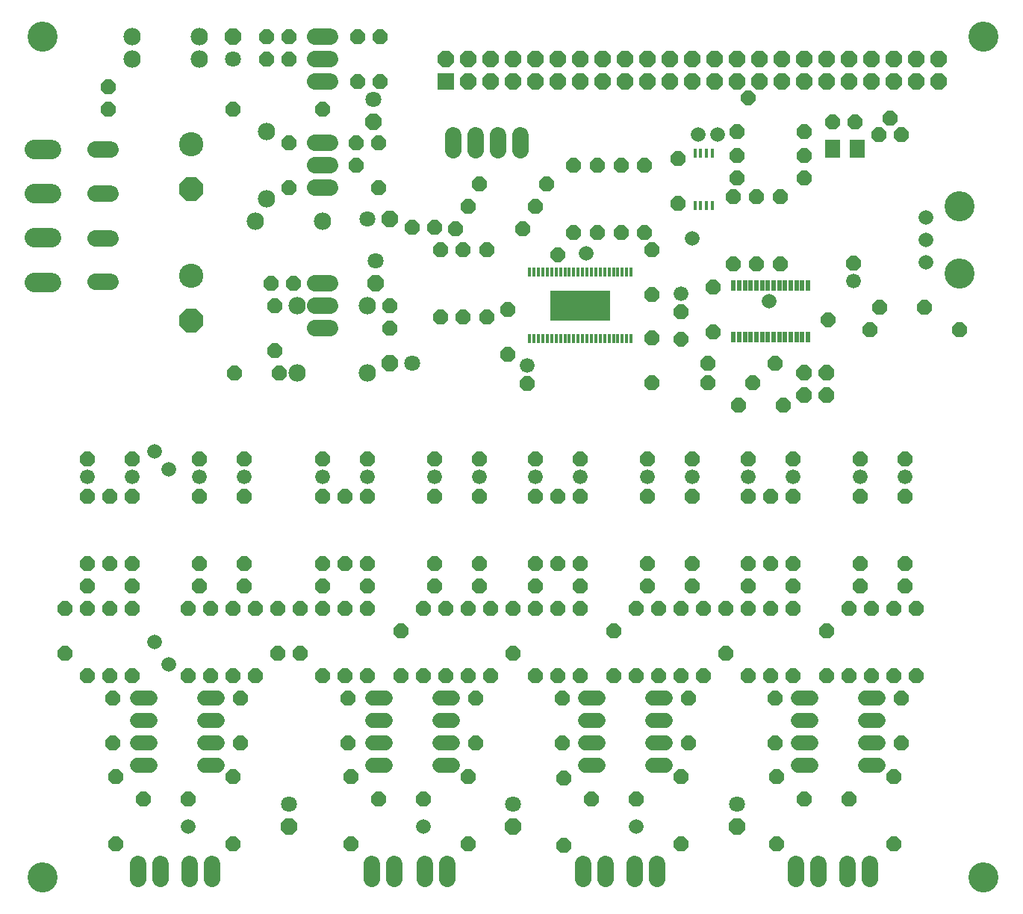
<source format=gts>
G75*
%MOIN*%
%OFA0B0*%
%FSLAX25Y25*%
%IPPOS*%
%LPD*%
%AMOC8*
5,1,8,0,0,1.08239X$1,22.5*
%
%ADD10C,0.13398*%
%ADD11OC8,0.06600*%
%ADD12R,0.01220X0.04370*%
%ADD13R,0.27030X0.13449*%
%ADD14C,0.06600*%
%ADD15C,0.06600*%
%ADD16C,0.07400*%
%ADD17C,0.10800*%
%ADD18OC8,0.10800*%
%ADD19C,0.07731*%
%ADD20OC8,0.07100*%
%ADD21C,0.07100*%
%ADD22R,0.02000X0.04700*%
%ADD23OC8,0.07000*%
%ADD24C,0.06550*%
%ADD25R,0.01575X0.04232*%
%ADD26C,0.07337*%
%ADD27R,0.07400X0.07400*%
%ADD28OC8,0.07400*%
%ADD29C,0.08600*%
%ADD30R,0.07099X0.07898*%
%ADD31OC8,0.06550*%
D10*
X0016000Y0027102D03*
X0016000Y0402102D03*
X0425375Y0326477D03*
X0425375Y0296477D03*
X0436000Y0402102D03*
X0436000Y0027102D03*
D11*
X0396000Y0042102D03*
X0376000Y0062102D03*
X0356000Y0062102D03*
X0343500Y0072102D03*
X0342875Y0087102D03*
X0342875Y0107102D03*
X0341000Y0117102D03*
X0351000Y0117102D03*
X0366000Y0117102D03*
X0376000Y0117102D03*
X0386000Y0117102D03*
X0396000Y0117102D03*
X0406000Y0117102D03*
X0399125Y0107102D03*
X0399125Y0087102D03*
X0396000Y0072102D03*
X0343500Y0042102D03*
X0301000Y0042102D03*
X0281000Y0062102D03*
X0301000Y0072102D03*
X0304125Y0087102D03*
X0304125Y0107102D03*
X0301000Y0117102D03*
X0291000Y0117102D03*
X0281000Y0117102D03*
X0271000Y0117102D03*
X0256000Y0117102D03*
X0246000Y0117102D03*
X0236000Y0117102D03*
X0247875Y0107102D03*
X0247875Y0087102D03*
X0248500Y0071477D03*
X0261000Y0062102D03*
X0248500Y0041477D03*
X0206000Y0042102D03*
X0186000Y0062102D03*
X0166000Y0062102D03*
X0153500Y0072102D03*
X0152250Y0087102D03*
X0152250Y0107102D03*
X0151000Y0117102D03*
X0141000Y0117102D03*
X0131000Y0127102D03*
X0121000Y0127102D03*
X0111000Y0117102D03*
X0104125Y0107102D03*
X0101000Y0117102D03*
X0091000Y0117102D03*
X0081000Y0117102D03*
X0056000Y0117102D03*
X0047250Y0107102D03*
X0046000Y0117102D03*
X0036000Y0117102D03*
X0026000Y0127102D03*
X0026000Y0147102D03*
X0036000Y0147102D03*
X0046000Y0147102D03*
X0036000Y0157102D03*
X0036000Y0167102D03*
X0046000Y0167102D03*
X0056000Y0167102D03*
X0056000Y0157102D03*
X0056000Y0147102D03*
X0081000Y0147102D03*
X0091000Y0147102D03*
X0101000Y0147102D03*
X0106000Y0157102D03*
X0106000Y0167102D03*
X0111000Y0147102D03*
X0121000Y0147102D03*
X0131000Y0147102D03*
X0141000Y0147102D03*
X0151000Y0147102D03*
X0161000Y0147102D03*
X0161000Y0157102D03*
X0161000Y0167102D03*
X0151000Y0167102D03*
X0141000Y0167102D03*
X0141000Y0157102D03*
X0176000Y0137102D03*
X0186000Y0147102D03*
X0196000Y0147102D03*
X0206000Y0147102D03*
X0216000Y0147102D03*
X0211000Y0157102D03*
X0211000Y0167102D03*
X0191000Y0167102D03*
X0191000Y0157102D03*
X0226000Y0147102D03*
X0236000Y0147102D03*
X0246000Y0147102D03*
X0256000Y0147102D03*
X0256000Y0157102D03*
X0256000Y0167102D03*
X0246000Y0167102D03*
X0236000Y0167102D03*
X0236000Y0157102D03*
X0226000Y0127102D03*
X0216000Y0117102D03*
X0206000Y0117102D03*
X0196000Y0117102D03*
X0186000Y0117102D03*
X0176000Y0117102D03*
X0161000Y0117102D03*
X0206000Y0072102D03*
X0209125Y0087102D03*
X0209125Y0107102D03*
X0271000Y0137102D03*
X0281000Y0147102D03*
X0291000Y0147102D03*
X0301000Y0147102D03*
X0311000Y0147102D03*
X0321000Y0147102D03*
X0331000Y0147102D03*
X0331000Y0157102D03*
X0331000Y0167102D03*
X0341000Y0167102D03*
X0351000Y0167102D03*
X0351000Y0157102D03*
X0351000Y0147102D03*
X0341000Y0147102D03*
X0366000Y0137102D03*
X0376000Y0147102D03*
X0386000Y0147102D03*
X0381000Y0157102D03*
X0381000Y0167102D03*
X0396000Y0147102D03*
X0406000Y0147102D03*
X0401000Y0157102D03*
X0401000Y0167102D03*
X0401000Y0197102D03*
X0401000Y0213602D03*
X0381000Y0213602D03*
X0381000Y0197102D03*
X0351000Y0197102D03*
X0341000Y0197102D03*
X0331000Y0197102D03*
X0331000Y0213602D03*
X0351000Y0213602D03*
X0346625Y0237727D03*
X0332875Y0247727D03*
X0326625Y0237727D03*
X0312875Y0247727D03*
X0312875Y0256477D03*
X0315375Y0270227D03*
X0301000Y0279352D03*
X0287875Y0287102D03*
X0287875Y0267727D03*
X0287875Y0247727D03*
X0286000Y0213602D03*
X0286000Y0197102D03*
X0306000Y0197102D03*
X0306000Y0213602D03*
X0342875Y0256477D03*
X0315375Y0290227D03*
X0324125Y0300852D03*
X0334750Y0300852D03*
X0345375Y0300852D03*
X0345375Y0330852D03*
X0356000Y0338977D03*
X0356000Y0348977D03*
X0356000Y0359602D03*
X0368500Y0363977D03*
X0378500Y0363977D03*
X0389125Y0358352D03*
X0394125Y0365852D03*
X0399125Y0358352D03*
X0377875Y0301102D03*
X0389750Y0281477D03*
X0385375Y0271477D03*
X0409750Y0281477D03*
X0425375Y0271477D03*
X0334750Y0330852D03*
X0324125Y0330852D03*
X0326000Y0338977D03*
X0326000Y0348977D03*
X0326000Y0359602D03*
X0299750Y0347727D03*
X0284750Y0344602D03*
X0274125Y0344602D03*
X0263500Y0344602D03*
X0252875Y0344602D03*
X0241000Y0336477D03*
X0236000Y0326477D03*
X0230375Y0316477D03*
X0214125Y0307102D03*
X0203500Y0307102D03*
X0193500Y0307102D03*
X0191000Y0317102D03*
X0200375Y0316477D03*
X0206000Y0326477D03*
X0211000Y0336477D03*
X0181000Y0317102D03*
X0166000Y0334602D03*
X0156000Y0344602D03*
X0156000Y0354602D03*
X0166000Y0354602D03*
X0166625Y0382102D03*
X0156625Y0382102D03*
X0141000Y0369602D03*
X0126000Y0354602D03*
X0126000Y0334602D03*
X0101000Y0369602D03*
X0116000Y0392102D03*
X0126000Y0392102D03*
X0126000Y0402102D03*
X0116000Y0402102D03*
X0156625Y0402102D03*
X0166625Y0402102D03*
X0252875Y0314602D03*
X0263500Y0314602D03*
X0274125Y0314602D03*
X0284750Y0314602D03*
X0287875Y0307102D03*
X0299750Y0327727D03*
X0223500Y0280227D03*
X0214125Y0277102D03*
X0203500Y0277102D03*
X0193500Y0277102D03*
X0171000Y0272102D03*
X0171000Y0282102D03*
X0127875Y0292102D03*
X0117875Y0292102D03*
X0119750Y0282102D03*
X0119750Y0262102D03*
X0121625Y0252102D03*
X0101625Y0252102D03*
X0106000Y0213602D03*
X0106000Y0197102D03*
X0086000Y0197102D03*
X0086000Y0213602D03*
X0056000Y0213602D03*
X0056000Y0197102D03*
X0046000Y0197102D03*
X0036000Y0197102D03*
X0036000Y0213602D03*
X0086000Y0167102D03*
X0086000Y0157102D03*
X0141000Y0197102D03*
X0151000Y0197102D03*
X0161000Y0197102D03*
X0161000Y0213602D03*
X0141000Y0213602D03*
X0191000Y0213602D03*
X0191000Y0197102D03*
X0211000Y0197102D03*
X0211000Y0213602D03*
X0236000Y0213602D03*
X0236000Y0197102D03*
X0246000Y0197102D03*
X0256000Y0197102D03*
X0256000Y0213602D03*
X0232250Y0247477D03*
X0223500Y0260227D03*
X0286000Y0167102D03*
X0286000Y0157102D03*
X0306000Y0157102D03*
X0306000Y0167102D03*
X0321000Y0127102D03*
X0311000Y0117102D03*
X0331000Y0117102D03*
X0153500Y0042102D03*
X0104125Y0087102D03*
X0101000Y0072102D03*
X0081000Y0062102D03*
X0061000Y0062102D03*
X0048500Y0072102D03*
X0047250Y0087102D03*
X0048500Y0042102D03*
X0101000Y0042102D03*
X0045375Y0369602D03*
X0045375Y0379602D03*
D12*
X0233362Y0296866D03*
X0235331Y0296866D03*
X0237299Y0296866D03*
X0239268Y0296866D03*
X0241236Y0296866D03*
X0243205Y0296866D03*
X0245173Y0296866D03*
X0247142Y0296866D03*
X0249110Y0296866D03*
X0251079Y0296866D03*
X0253047Y0296866D03*
X0255016Y0296866D03*
X0256984Y0296866D03*
X0258953Y0296866D03*
X0260921Y0296866D03*
X0262890Y0296866D03*
X0264858Y0296866D03*
X0266827Y0296866D03*
X0268795Y0296866D03*
X0270764Y0296866D03*
X0272732Y0296866D03*
X0274701Y0296866D03*
X0276669Y0296866D03*
X0278638Y0296866D03*
X0278638Y0267338D03*
X0276669Y0267338D03*
X0274701Y0267338D03*
X0272732Y0267338D03*
X0270764Y0267338D03*
X0268795Y0267338D03*
X0266827Y0267338D03*
X0264858Y0267338D03*
X0262890Y0267338D03*
X0260921Y0267338D03*
X0258953Y0267338D03*
X0256984Y0267338D03*
X0255016Y0267338D03*
X0253047Y0267338D03*
X0251079Y0267338D03*
X0249110Y0267338D03*
X0247142Y0267338D03*
X0245173Y0267338D03*
X0243205Y0267338D03*
X0241236Y0267338D03*
X0239268Y0267338D03*
X0237299Y0267338D03*
X0235331Y0267338D03*
X0233362Y0267338D03*
D13*
X0255985Y0282080D03*
D14*
X0232250Y0255477D03*
X0236000Y0205602D03*
X0256000Y0205602D03*
X0286000Y0205602D03*
X0306000Y0205602D03*
X0331000Y0205602D03*
X0351000Y0205602D03*
X0381000Y0205602D03*
X0401000Y0205602D03*
X0377875Y0293102D03*
X0301000Y0287352D03*
X0211000Y0205602D03*
X0191000Y0205602D03*
X0161000Y0205602D03*
X0141000Y0205602D03*
X0106000Y0205602D03*
X0086000Y0205602D03*
X0056000Y0205602D03*
X0036000Y0205602D03*
D15*
X0058100Y0107102D02*
X0063900Y0107102D01*
X0063900Y0097102D02*
X0058100Y0097102D01*
X0058100Y0087102D02*
X0063900Y0087102D01*
X0063900Y0077102D02*
X0058100Y0077102D01*
X0088100Y0077102D02*
X0093900Y0077102D01*
X0093900Y0087102D02*
X0088100Y0087102D01*
X0088100Y0097102D02*
X0093900Y0097102D01*
X0093900Y0107102D02*
X0088100Y0107102D01*
X0163100Y0107102D02*
X0168900Y0107102D01*
X0168900Y0097102D02*
X0163100Y0097102D01*
X0163100Y0087102D02*
X0168900Y0087102D01*
X0168900Y0077102D02*
X0163100Y0077102D01*
X0193100Y0077102D02*
X0198900Y0077102D01*
X0198900Y0087102D02*
X0193100Y0087102D01*
X0193100Y0097102D02*
X0198900Y0097102D01*
X0198900Y0107102D02*
X0193100Y0107102D01*
X0258100Y0107102D02*
X0263900Y0107102D01*
X0263900Y0097102D02*
X0258100Y0097102D01*
X0258100Y0087102D02*
X0263900Y0087102D01*
X0263900Y0077102D02*
X0258100Y0077102D01*
X0288100Y0077102D02*
X0293900Y0077102D01*
X0293900Y0087102D02*
X0288100Y0087102D01*
X0288100Y0097102D02*
X0293900Y0097102D01*
X0293900Y0107102D02*
X0288100Y0107102D01*
X0353100Y0107102D02*
X0358900Y0107102D01*
X0358900Y0097102D02*
X0353100Y0097102D01*
X0353100Y0087102D02*
X0358900Y0087102D01*
X0358900Y0077102D02*
X0353100Y0077102D01*
X0383100Y0077102D02*
X0388900Y0077102D01*
X0388900Y0087102D02*
X0383100Y0087102D01*
X0383100Y0097102D02*
X0388900Y0097102D01*
X0388900Y0107102D02*
X0383100Y0107102D01*
D16*
X0144300Y0272102D02*
X0137700Y0272102D01*
X0137700Y0282102D02*
X0144300Y0282102D01*
X0144300Y0292102D02*
X0137700Y0292102D01*
X0137700Y0334602D02*
X0144300Y0334602D01*
X0144300Y0344602D02*
X0137700Y0344602D01*
X0137700Y0354602D02*
X0144300Y0354602D01*
X0144300Y0382102D02*
X0137700Y0382102D01*
X0137700Y0392102D02*
X0144300Y0392102D01*
X0144300Y0402102D02*
X0137700Y0402102D01*
X0199125Y0357902D02*
X0199125Y0351302D01*
X0209125Y0351302D02*
X0209125Y0357902D01*
X0219125Y0357902D02*
X0219125Y0351302D01*
X0229125Y0351302D02*
X0229125Y0357902D01*
X0046175Y0351630D02*
X0039575Y0351630D01*
X0039575Y0331930D02*
X0046175Y0331930D01*
X0046175Y0312130D02*
X0039575Y0312130D01*
X0039575Y0292530D02*
X0046175Y0292530D01*
D17*
X0082250Y0295227D03*
X0082250Y0353977D03*
D18*
X0082250Y0333977D03*
X0082250Y0275227D03*
D19*
X0111000Y0319602D03*
X0116000Y0329602D03*
X0141000Y0319602D03*
X0129750Y0282102D03*
X0161000Y0282102D03*
X0161000Y0252102D03*
X0129750Y0252102D03*
X0116000Y0359602D03*
X0086000Y0392102D03*
X0086000Y0402102D03*
X0056000Y0402102D03*
X0056000Y0392102D03*
D20*
X0101000Y0402102D03*
X0163500Y0363977D03*
X0171000Y0320852D03*
X0164750Y0292102D03*
X0171000Y0256477D03*
X0126000Y0049602D03*
X0226000Y0049602D03*
X0326000Y0049602D03*
D21*
X0326000Y0059602D03*
X0226000Y0059602D03*
X0126000Y0059602D03*
X0181000Y0256477D03*
X0164750Y0302102D03*
X0161000Y0320852D03*
X0163500Y0373977D03*
X0101000Y0392102D03*
D22*
X0324366Y0291089D03*
X0326925Y0291089D03*
X0329484Y0291089D03*
X0332043Y0291089D03*
X0334602Y0291089D03*
X0337161Y0291089D03*
X0339720Y0291089D03*
X0342280Y0291089D03*
X0344839Y0291089D03*
X0347398Y0291089D03*
X0349957Y0291089D03*
X0352516Y0291089D03*
X0355075Y0291089D03*
X0357634Y0291089D03*
X0357634Y0268115D03*
X0355075Y0268115D03*
X0352516Y0268115D03*
X0349957Y0268115D03*
X0347398Y0268115D03*
X0344839Y0268115D03*
X0342280Y0268115D03*
X0339720Y0268115D03*
X0337161Y0268115D03*
X0334602Y0268115D03*
X0332043Y0268115D03*
X0329484Y0268115D03*
X0326925Y0268115D03*
X0324366Y0268115D03*
D23*
X0356000Y0252102D03*
X0356000Y0242102D03*
X0366000Y0242102D03*
X0366000Y0252102D03*
D24*
X0340375Y0283977D03*
X0306000Y0312102D03*
X0308500Y0358352D03*
X0317250Y0358352D03*
X0258500Y0305227D03*
X0410375Y0301477D03*
X0410375Y0311477D03*
X0410375Y0321477D03*
X0281000Y0049602D03*
X0186000Y0049602D03*
X0081000Y0049602D03*
X0072250Y0122102D03*
X0066000Y0132102D03*
X0072250Y0208977D03*
X0066000Y0217102D03*
D25*
X0307161Y0326787D03*
X0309720Y0326787D03*
X0312280Y0326787D03*
X0314839Y0326787D03*
X0314839Y0349917D03*
X0312280Y0349917D03*
X0309720Y0349917D03*
X0307161Y0349917D03*
D26*
X0290375Y0032871D02*
X0290375Y0026334D01*
X0280375Y0026334D02*
X0280375Y0032871D01*
X0267250Y0032871D02*
X0267250Y0026334D01*
X0257250Y0026334D02*
X0257250Y0032871D01*
X0196625Y0032871D02*
X0196625Y0026334D01*
X0186625Y0026334D02*
X0186625Y0032871D01*
X0172875Y0032871D02*
X0172875Y0026334D01*
X0162875Y0026334D02*
X0162875Y0032871D01*
X0091625Y0032871D02*
X0091625Y0026334D01*
X0081625Y0026334D02*
X0081625Y0032871D01*
X0068500Y0032871D02*
X0068500Y0026334D01*
X0058500Y0026334D02*
X0058500Y0032871D01*
X0352250Y0032871D02*
X0352250Y0026334D01*
X0362250Y0026334D02*
X0362250Y0032871D01*
X0375375Y0032871D02*
X0375375Y0026334D01*
X0385375Y0026334D02*
X0385375Y0032871D01*
D27*
X0196000Y0382102D03*
D28*
X0206000Y0382102D03*
X0216000Y0382102D03*
X0216000Y0392102D03*
X0206000Y0392102D03*
X0196000Y0392102D03*
X0226000Y0392102D03*
X0226000Y0382102D03*
X0236000Y0382102D03*
X0246000Y0382102D03*
X0256000Y0382102D03*
X0266000Y0382102D03*
X0276000Y0382102D03*
X0276000Y0392102D03*
X0266000Y0392102D03*
X0256000Y0392102D03*
X0246000Y0392102D03*
X0236000Y0392102D03*
X0286000Y0392102D03*
X0286000Y0382102D03*
X0296000Y0382102D03*
X0306000Y0382102D03*
X0316000Y0382102D03*
X0326000Y0382102D03*
X0336000Y0382102D03*
X0336000Y0392102D03*
X0326000Y0392102D03*
X0316000Y0392102D03*
X0306000Y0392102D03*
X0296000Y0392102D03*
X0346000Y0392102D03*
X0346000Y0382102D03*
X0356000Y0382102D03*
X0366000Y0382102D03*
X0376000Y0382102D03*
X0386000Y0382102D03*
X0386000Y0392102D03*
X0376000Y0392102D03*
X0366000Y0392102D03*
X0356000Y0392102D03*
X0396000Y0392102D03*
X0396000Y0382102D03*
X0406000Y0382102D03*
X0416000Y0382102D03*
X0416000Y0392102D03*
X0406000Y0392102D03*
D29*
X0019900Y0351702D02*
X0012100Y0351702D01*
X0012100Y0331902D02*
X0019900Y0331902D01*
X0019900Y0312302D02*
X0012100Y0312302D01*
X0012100Y0292502D02*
X0019900Y0292502D01*
D30*
X0368527Y0352102D03*
X0379723Y0352102D03*
D31*
X0331000Y0374602D03*
X0246000Y0304602D03*
X0301000Y0267102D03*
X0366625Y0275852D03*
M02*

</source>
